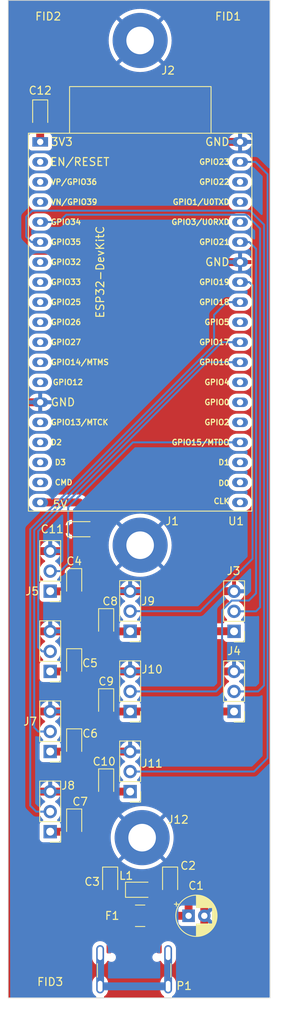
<source format=kicad_pcb>
(kicad_pcb (version 20240108) (generator "pcbnew") (generator_version "8.0")
  (layers (0 "F.Cu" signal) (31 "B.Cu" signal) (34 "B.Paste" user) (35 "F.Paste" user) (36 "B.SilkS" user "B.Silkscreen") (37 "F.SilkS" user "F.Silkscreen") (38 "B.Mask" user) (39 "F.Mask" user) (44 "Edge.Cuts" user))
  (net 0 "")
  (net 1 "/A18")
  (net 2 "/A17")
  (net 3 "/A34")
  (net 4 "/A16")
  (net 5 "/A15")
  (net 6 "/A23")
  (net 7 "/A21")
  (net 8 "/A35")
  (net 9 "/A19")
  (net 10 "Net-(L1--)")
  (net 11 "GND")
  (net 12 "+5V")
  (net 14 "unconnected-(P1-SHIELD-PadS1)")
  (net 42 "+3.3V")
  (net 45 "Net-(F1-Pad1)")
  (footprint "Connector_PinHeader_2.54mm:PinHeader_1x03_P2.54mm_Vertical" (layer "F.Cu") (at 27.432 102.108 180)
    (property "Reference" "J10" (at -2.794 5.334 180) (layer "F.SilkS"))
    (property "Value" "PINHD_1x3_Male")
    (pad "1" thru_hole rect (at 0 0 180) (size 1.7 1.7) (drill 1) (layers "*.Cu" "*.Mask") (net 12 "+5V"))
    (pad "2" thru_hole oval (at 0 2.54 180) (size 1.7 1.7) (drill 1) (layers "*.Cu" "*.Mask") (net 7 "/A21"))
    (pad "3" thru_hole oval (at 0 5.08 180) (size 1.7 1.7) (drill 1) (layers "*.Cu" "*.Mask") (net 11 "GND"))
  )
  (footprint "MountingHole:MountingHole_3.5mm_Pad" (layer "F.Cu") (at 28.702 17.018)
    (property "Reference" "J2" (at 3.556 3.81 0) (layer "F.SilkS"))
    (property "Value" "PINHD_1x1_Male")
    (pad "1" thru_hole circle (at 0 0) (size 7 7) (drill 3.5) (layers "*.Cu" "*.Mask") (net 11 "GND"))
  )
  (footprint "PCM_Espressif:ESP32-DevKitC" (layer "F.Cu") (at 16.002 29.88056)
    (property "Reference" "U1" (at 24.892 48.09744 0) (layer "F.SilkS"))
    (property "Value" "ESP32-DevKitC" (at 7.62 16.51 90) (layer "F.SilkS"))
    (fp_text user "GPIO32" (at 1.27 15.24 0) (layer "F.SilkS") (effects (font (size 0.7 0.7)) (justify left)))
    (fp_text user "GPIO19" (at 24.13 17.78 0) (layer "F.SilkS") (effects (font (size 0.7 0.7)) (justify right)))
    (fp_text user "VN/GPIO39" (at 1.27 7.62 0) (layer "F.SilkS") (effects (font (size 0.7 0.7)) (justify left)))
    (fp_text user "GPIO5" (at 24.13 22.86 0) (layer "F.SilkS") (effects (font (size 0.7 0.7)) (justify right)))
    (fp_text user "GPIO15/MTDO" (at 24.13 38.1 0) (layer "F.SilkS") (effects (font (size 0.7 0.7)) (justify right)))
    (fp_text user "GPIO18" (at 24.13 20.32 0) (layer "F.SilkS") (effects (font (size 0.7 0.7)) (justify right)))
    (fp_text user "GPIO12" (at 1.524 30.48 0) (layer "F.SilkS") (effects (font (size 0.7 0.7)) (justify left)))
    (fp_text user "CMD" (at 1.778 43.18 0) (layer "F.SilkS") (effects (font (size 0.7 0.7)) (justify left)))
    (fp_text user "GPIO2" (at 24.13 35.56 0) (layer "F.SilkS") (effects (font (size 0.7 0.7)) (justify right)))
    (fp_text user "GPIO33" (at 1.27 17.78 0) (layer "F.SilkS") (effects (font (size 0.7 0.7)) (justify left)))
    (fp_text user "CLK" (at 24.13 45.55744 0) (layer "F.SilkS") (effects (font (size 0.7 0.7)) (justify right)))
    (fp_text user "GPIO14/MTMS" (at 1.27 27.94 0) (layer "F.SilkS") (effects (font (size 0.7 0.7)) (justify left)))
    (fp_text user "GPIO34" (at 1.27 10.16 0) (layer "F.SilkS") (effects (font (size 0.7 0.7)) (justify left)))
    (fp_text user "GPIO22" (at 24.13 5.08 0) (layer "F.SilkS") (effects (font (size 0.7 0.7)) (justify right)))
    (fp_text user "GPIO13/MTCK" (at 1.27 35.56 0) (layer "F.SilkS") (effects (font (size 0.7 0.7)) (justify left)))
    (fp_text user "GPIO17" (at 24.13 25.4 0) (layer "F.SilkS") (effects (font (size 0.7 0.7)) (justify right)))
    (fp_text user "D3" (at 1.778 40.64 0) (layer "F.SilkS") (effects (font (size 0.7 0.7)) (justify left)))
    (fp_text user "GND" (at 24.13 15.24 0) (layer "F.SilkS") (effects (justify right)))
    (fp_text user "GPIO1/U0TXD" (at 24.13 7.62 0) (layer "F.SilkS") (effects (font (size 0.7 0.7)) (justify right)))
    (fp_text user "GPIO21" (at 24.13 12.7 0) (layer "F.SilkS") (effects (font (size 0.7 0.7)) (justify right)))
    (fp_text user "GND" (at 24.13 0 0) (layer "F.SilkS") (effects (justify right)))
    (fp_text user "GND" (at 1.27 33.02 0) (layer "F.SilkS") (effects (justify left)))
    (fp_text user "VP/GPIO36" (at 1.27 5.08 0) (layer "F.SilkS") (effects (font (size 0.7 0.7)) (justify left)))
    (fp_text user "D0" (at 24.13 43.27144 0) (layer "F.SilkS") (effects (font (size 0.7 0.7)) (justify right)))
    (fp_text user "3V3" (at 1.27 0 0) (layer "F.SilkS") (effects (justify left)))
    (fp_text user "GPIO26" (at 1.27 22.86 0) (layer "F.SilkS") (effects (font (size 0.7 0.7)) (justify left)))
    (fp_text user "GPIO35" (at 1.27 12.7 0) (layer "F.SilkS") (effects (font (size 0.7 0.7)) (justify left)))
    (fp_text user "EN/RESET" (at 8.88632 2.53728 0) (layer "F.SilkS") (effects (justify right)))
    (fp_text user "GPIO25" (at 1.27 20.32 0) (layer "F.SilkS") (effects (font (size 0.7 0.7)) (justify left)))
    (fp_text user "D1" (at 24.13 40.64 0) (layer "F.SilkS") (effects (font (size 0.7 0.7)) (justify right)))
    (fp_text user "5V" (at 1.524 45.97128 0) (layer "F.SilkS") (effects (justify left)))
    (fp_text user "GPIO3/U0RXD" (at 24.13 10.16 0) (layer "F.SilkS") (effects (font (size 0.7 0.7)) (justify right)))
    (fp_text user "GPIO16" (at 24.13 27.94 0) (layer "F.SilkS") (effects (font (size 0.7 0.7)) (justify right)))
    (fp_text user "GPIO0" (at 24.13 33.02 0) (layer "F.SilkS") (effects (font (size 0.7 0.7)) (justify right)))
    (fp_text user "D2" (at 1.27 38.1 0) (layer "F.SilkS") (effects (font (size 0.7 0.7)) (justify left)))
    (fp_text user "GPIO4" (at 24.13 30.48 0) (layer "F.SilkS") (effects (font (size 0.7 0.7)) (justify right)))
    (fp_text user "GPIO27" (at 1.27 25.4 0) (layer "F.SilkS") (effects (font (size 0.7 0.7)) (justify left)))
    (fp_text user "GPIO23" (at 24.13 2.54 0) (layer "F.SilkS") (effects (font (size 0.7 0.7)) (justify right)))
    (pad "1" thru_hole rect (at 0 0 270) (size 1.2 2) (drill 0.8) (layers "*.Cu" "*.Mask") (net 42 "+3.3V"))
    (pad "2" thru_hole oval (at 0 2.54 270) (size 1.2 2) (drill 0.8) (layers "*.Cu" "*.Mask"))
    (pad "3" thru_hole oval (at 0 5.08 270) (size 1.2 2) (drill 0.8) (layers "*.Cu" "*.Mask"))
    (pad "4" thru_hole oval (at 0 7.62 270) (size 1.2 2) (drill 0.8) (layers "*.Cu" "*.Mask"))
    (pad "5" thru_hole oval (at 0 10.16 270) (size 1.2 2) (drill 0.8) (layers "*.Cu" "*.Mask") (net 3 "/A34"))
    (pad "6" thru_hole oval (at 0 12.7 270) (size 1.2 2) (drill 0.8) (layers "*.Cu" "*.Mask") (net 8 "/A35"))
    (pad "7" thru_hole oval (at 0 15.24 270) (size 1.2 2) (drill 0.8) (layers "*.Cu" "*.Mask"))
    (pad "8" thru_hole oval (at 0 17.78 270) (size 1.2 2) (drill 0.8) (layers "*.Cu" "*.Mask"))
    (pad "9" thru_hole oval (at 0 20.32 270) (size 1.2 2) (drill 0.8) (layers "*.Cu" "*.Mask"))
    (pad "10" thru_hole oval (at 0 22.86 270) (size 1.2 2) (drill 0.8) (layers "*.Cu" "*.Mask"))
    (pad "11" thru_hole oval (at 0 25.4 270) (size 1.2 2) (drill 0.8) (layers "*.Cu" "*.Mask"))
    (pad "12" thru_hole oval (at 0 27.94 270) (size 1.2 2) (drill 0.8) (layers "*.Cu" "*.Mask"))
    (pad "13" thru_hole oval (at 0 30.48 270) (size 1.2 2) (drill 0.8) (layers "*.Cu" "*.Mask"))
    (pad "14" thru_hole oval (at 0 33.02 270) (size 1.2 2) (drill 0.8) (layers "*.Cu" "*.Mask") (net 11 "GND"))
    (pad "15" thru_hole oval (at 0 35.56 270) (size 1.2 2) (drill 0.8) (layers "*.Cu" "*.Mask"))
    (pad "16" thru_hole oval (at 0 38.1 270) (size 1.2 2) (drill 0.8) (layers "*.Cu" "*.Mask"))
    (pad "17" thru_hole oval (at 0 40.64 270) (size 1.2 2) (drill 0.8) (layers "*.Cu" "*.Mask"))
    (pad "18" thru_hole oval (at 0 43.18 270) (size 1.2 2) (drill 0.8) (layers "*.Cu" "*.Mask"))
    (pad "19" thru_hole oval (at 0 45.72 270) (size 1.2 2) (drill 0.8) (layers "*.Cu" "*.Mask") (net 12 "+5V"))
    (pad "20" thru_hole oval (at 25.39632 45.71728 270) (size 1.2 2) (drill 0.8) (layers "*.Cu" "*.Mask"))
    (pad "21" thru_hole oval (at 25.39632 43.17728 270) (size 1.2 2) (drill 0.8) (layers "*.Cu" "*.Mask"))
    (pad "22" thru_hole oval (at 25.4 40.64 270) (size 1.2 2) (drill 0.8) (layers "*.Cu" "*.Mask"))
    (pad "23" thru_hole oval (at 25.4 38.1 270) (size 1.2 2) (drill 0.8) (layers "*.Cu" "*.Mask") (net 5 "/A15"))
    (pad "24" thru_hole oval (at 25.4 35.56 270) (size 1.2 2) (drill 0.8) (layers "*.Cu" "*.Mask"))
    (pad "25" thru_hole oval (at 25.4 33.02 270) (size 1.2 2) (drill 0.8) (layers "*.Cu" "*.Mask"))
    (pad "26" thru_hole oval (at 25.4 30.48 270) (size 1.2 2) (drill 0.8) (layers "*.Cu" "*.Mask"))
    (pad "27" thru_hole oval (at 25.4 27.94 270) (size 1.2 2) (drill 0.8) (layers "*.Cu" "*.Mask") (net 4 "/A16"))
    (pad "28" thru_hole oval (at 25.4 25.4 270) (size 1.2 2) (drill 0.8) (layers "*.Cu" "*.Mask") (net 2 "/A17"))
    (pad "29" thru_hole oval (at 25.4 22.86 270) (size 1.2 2) (drill 0.8) (layers "*.Cu" "*.Mask"))
    (pad "30" thru_hole oval (at 25.4 20.32 270) (size 1.2 2) (drill 0.8) (layers "*.Cu" "*.Mask") (net 1 "/A18"))
    (pad "31" thru_hole oval (at 25.4 17.78 270) (size 1.2 2) (drill 0.8) (layers "*.Cu" "*.Mask") (net 9 "/A19"))
    (pad "32" thru_hole oval (at 25.4 15.24 270) (size 1.2 2) (drill 0.8) (layers "*.Cu" "*.Mask") (net 11 "GND"))
    (pad "33" thru_hole oval (at 25.4 12.7 270) (size 1.2 2) (drill 0.8) (layers "*.Cu" "*.Mask") (net 7 "/A21"))
    (pad "34" thru_hole oval (at 25.4 10.16 270) (size 1.2 2) (drill 0.8) (layers "*.Cu" "*.Mask"))
    (pad "35" thru_hole oval (at 25.4 7.62 270) (size 1.2 2) (drill 0.8) (layers "*.Cu" "*.Mask"))
    (pad "36" thru_hole oval (at 25.4 5.08 270) (size 1.2 2) (drill 0.8) (layers "*.Cu" "*.Mask"))
    (pad "37" thru_hole oval (at 25.4 2.54 270) (size 1.2 2) (drill 0.8) (layers "*.Cu" "*.Mask") (net 6 "/A23"))
    (pad "38" thru_hole oval (at 25.4 0 270) (size 1.2 2) (drill 0.8) (layers "*.Cu" "*.Mask") (net 11 "GND"))
  )
  (footprint "Connector_PinHeader_2.54mm:PinHeader_1x03_P2.54mm_Vertical" (layer "F.Cu") (at 27.432 91.933 180)
    (property "Reference" "J9" (at -2.286 3.81 360) (layer "F.SilkS"))
    (property "Value" "PINHD_1x3_Male")
    (pad "1" thru_hole rect (at 0 0 180) (size 1.7 1.7) (drill 1) (layers "*.Cu" "*.Mask") (net 12 "+5V"))
    (pad "2" thru_hole oval (at 0 2.54 180) (size 1.7 1.7) (drill 1) (layers "*.Cu" "*.Mask") (net 9 "/A19"))
    (pad "3" thru_hole oval (at 0 5.08 180) (size 1.7 1.7) (drill 1) (layers "*.Cu" "*.Mask") (net 11 "GND"))
  )
  (footprint "LED_SMD:LED_0805_2012Metric_Pad1.15x1.40mm_HandSolder" (layer "F.Cu") (at 21.336 78.994)
    (property "Reference" "C11" (at -3.81 0 360) (layer "F.SilkS"))
    (property "Value" "10nF_Ceramic")
    (pad "1" smd roundrect (at -1.025 0) (size 1.15 1.4) (layers "F.Cu" "F.Paste" "F.Mask") (roundrect_rratio 0.217391) (net 11 "GND"))
    (pad "2" smd roundrect (at 1.025 0) (size 1.15 1.4) (layers "F.Cu" "F.Paste" "F.Mask") (roundrect_rratio 0.217391) (net 12 "+5V"))
  )
  (footprint "LED_SMD:LED_0805_2012Metric_Pad1.15x1.40mm_HandSolder" (layer "F.Cu") (at 32.512 123.698 -90)
    (property "Reference" "C2" (at -2.032 -2.286 0) (layer "F.SilkS"))
    (property "Value" "10nF_Ceramic")
    (pad "1" smd roundrect (at -1.025 0 270) (size 1.15 1.4) (layers "F.Cu" "F.Paste" "F.Mask") (roundrect_rratio 0.217391) (net 11 "GND"))
    (pad "2" smd roundrect (at 1.025 0 270) (size 1.15 1.4) (layers "F.Cu" "F.Paste" "F.Mask") (roundrect_rratio 0.217391) (net 10 "Net-(L1--)"))
  )
  (footprint "Capacitor_THT:CP_Radial_D5.0mm_P2.00mm" (layer "F.Cu") (at 34.858888 128.016)
    (property "Reference" "C1" (at 0.955112 -3.81 180) (layer "F.SilkS"))
    (property "Value" "4.7uF_16V")
    (pad "1" thru_hole rect (at 0 0) (size 1.6 1.6) (drill 0.8) (layers "*.Cu" "*.Mask") (net 10 "Net-(L1--)"))
    (pad "2" thru_hole circle (at 2 0) (size 1.6 1.6) (drill 0.8) (layers "*.Cu" "*.Mask") (net 11 "GND"))
  )
  (footprint "Fuse:Fuse_1210_3225Metric_Pad1.42x2.65mm_HandSolder" (layer "F.Cu") (at 28.702 128.016)
    (property "Reference" "F1" (at -3.556 0 0) (layer "F.SilkS"))
    (property "Value" "Fuse")
    (pad "1" smd roundrect (at -1.4875 0) (size 1.425 2.65) (layers "F.Cu" "F.Paste" "F.Mask") (roundrect_rratio 0.175439) (net 45 "Net-(F1-Pad1)"))
    (pad "2" smd roundrect (at 1.4875 0) (size 1.425 2.65) (layers "F.Cu" "F.Paste" "F.Mask") (roundrect_rratio 0.175439) (net 10 "Net-(L1--)"))
  )
  (footprint "Connector_PinHeader_2.54mm:PinHeader_1x03_P2.54mm_Vertical" (layer "F.Cu") (at 17.272 117.348 180)
    (property "Reference" "J8" (at -2.286 5.842 180) (layer "F.SilkS"))
    (property "Value" "PINHD_1x3_Male")
    (pad "1" thru_hole rect (at 0 0 180) (size 1.7 1.7) (drill 1) (layers "*.Cu" "*.Mask") (net 12 "+5V"))
    (pad "2" thru_hole oval (at 0 2.54 180) (size 1.7 1.7) (drill 1) (layers "*.Cu" "*.Mask") (net 1 "/A18"))
    (pad "3" thru_hole oval (at 0 5.08 180) (size 1.7 1.7) (drill 1) (layers "*.Cu" "*.Mask") (net 11 "GND"))
  )
  (footprint "LED_SMD:LED_0805_2012Metric_Pad1.15x1.40mm_HandSolder" (layer "F.Cu") (at 20.32 116.332 -90)
    (property "Reference" "C7" (at -2.794 -0.762 180) (layer "F.SilkS"))
    (property "Value" "10nF_Ceramic")
    (pad "1" smd roundrect (at -1.025 0 270) (size 1.15 1.4) (layers "F.Cu" "F.Paste" "F.Mask") (roundrect_rratio 0.217391) (net 11 "GND"))
    (pad "2" smd roundrect (at 1.025 0 270) (size 1.15 1.4) (layers "F.Cu" "F.Paste" "F.Mask") (roundrect_rratio 0.217391) (net 12 "+5V"))
  )
  (footprint "LED_SMD:LED_0805_2012Metric_Pad1.15x1.40mm_HandSolder" (layer "F.Cu") (at 16.002 26.416 -90)
    (property "Reference" "C12" (at -3.048 0 180) (layer "F.SilkS"))
    (property "Value" "10nF_Ceramic")
    (pad "1" smd roundrect (at -1.025 0 270) (size 1.15 1.4) (layers "F.Cu" "F.Paste" "F.Mask") (roundrect_rratio 0.217391) (net 11 "GND"))
    (pad "2" smd roundrect (at 1.025 0 270) (size 1.15 1.4) (layers "F.Cu" "F.Paste" "F.Mask") (roundrect_rratio 0.217391) (net 42 "+3.3V"))
  )
  (footprint "Fiducial:Fiducial_0.75mm_Mask2.25mm" (layer "F.Cu") (at 43.18 13.97)
    (property "Reference" "FID1" (at -3.302 0 0) (layer "F.SilkS"))
    (property "Value" "Fiducial")
    (pad "" smd circle (at 0 0) (size 0.75 0.75) (layers "F.Cu" "F.Mask") (clearance 0.75))
  )
  (footprint "Connector_PinHeader_2.54mm:PinHeader_1x03_P2.54mm_Vertical" (layer "F.Cu") (at 17.272 86.853 180)
    (property "Reference" "J5" (at 2.286 -0.015 180) (layer "F.SilkS"))
    (property "Value" "PINHD_1x3_Male")
    (pad "1" thru_hole rect (at 0 0 180) (size 1.7 1.7) (drill 1) (layers "*.Cu" "*.Mask") (net 12 "+5V"))
    (pad "2" thru_hole oval (at 0 2.54 180) (size 1.7 1.7) (drill 1) (layers "*.Cu" "*.Mask") (net 5 "/A15"))
    (pad "3" thru_hole oval (at 0 5.08 180) (size 1.7 1.7) (drill 1) (layers "*.Cu" "*.Mask") (net 11 "GND"))
  )
  (footprint "LED_SMD:LED_0805_2012Metric_Pad1.15x1.40mm_HandSolder" (layer "F.Cu") (at 28.702 124.714)
    (property "Reference" "L1" (at -1.778 -1.778 0) (layer "F.SilkS"))
    (property "Value" "L,ferrite-bead,IEEE")
    (pad "1" smd roundrect (at -1.025 0) (size 1.15 1.4) (layers "F.Cu" "F.Paste" "F.Mask") (roundrect_rratio 0.217391) (net 12 "+5V"))
    (pad "2" smd roundrect (at 1.025 0) (size 1.15 1.4) (layers "F.Cu" "F.Paste" "F.Mask") (roundrect_rratio 0.217391) (net 10 "Net-(L1--)"))
  )
  (footprint "LED_SMD:LED_0805_2012Metric_Pad1.15x1.40mm_HandSolder" (layer "F.Cu") (at 24.384 90.932 -90)
    (property "Reference" "C8" (at -2.794 -0.508 180) (layer "F.SilkS"))
    (property "Value" "10nF_Ceramic")
    (pad "1" smd roundrect (at -1.025 0 270) (size 1.15 1.4) (layers "F.Cu" "F.Paste" "F.Mask") (roundrect_rratio 0.217391) (net 11 "GND"))
    (pad "2" smd roundrect (at 1.025 0 270) (size 1.15 1.4) (layers "F.Cu" "F.Paste" "F.Mask") (roundrect_rratio 0.217391) (net 12 "+5V"))
  )
  (footprint "LED_SMD:LED_0805_2012Metric_Pad1.15x1.40mm_HandSolder" (layer "F.Cu") (at 24.384 101.092 -90)
    (property "Reference" "C9" (at -2.794 0 180) (layer "F.SilkS"))
    (property "Value" "10nF_Ceramic")
    (pad "1" smd roundrect (at -1.025 0 270) (size 1.15 1.4) (layers "F.Cu" "F.Paste" "F.Mask") (roundrect_rratio 0.217391) (net 11 "GND"))
    (pad "2" smd roundrect (at 1.025 0 270) (size 1.15 1.4) (layers "F.Cu" "F.Paste" "F.Mask") (roundrect_rratio 0.217391) (net 12 "+5V"))
  )
  (footprint "Connector_PinHeader_2.54mm:PinHeader_1x03_P2.54mm_Vertical" (layer "F.Cu") (at 40.64 91.948 180)
    (property "Reference" "J3" (at 0.056 7.651 0) (layer "F.SilkS"))
    (property "Value" "PINHD_1x3_Male")
    (pad "1" thru_hole rect (at 0 0 180) (size 1.7 1.7) (drill 1) (layers "*.Cu" "*.Mask") (net 12 "+5V"))
    (pad "2" thru_hole oval (at 0 2.54 180) (size 1.7 1.7) (drill 1) (layers "*.Cu" "*.Mask") (net 3 "/A34"))
    (pad "3" thru_hole oval (at 0 5.08 180) (size 1.7 1.7) (drill 1) (layers "*.Cu" "*.Mask") (net 11 "GND"))
  )
  (footprint "MountingHole:MountingHole_3.5mm_Pad" (layer "F.Cu") (at 28.702 81.026)
    (property "Reference" "J1" (at 4.064 -3.048 0) (layer "F.SilkS"))
    (property "Value" "PINHD_1x1_Male")
    (pad "1" thru_hole circle (at 0 0) (size 7 7) (drill 3.5) (layers "*.Cu" "*.Mask") (net 11 "GND"))
  )
  (footprint "LED_SMD:LED_0805_2012Metric_Pad1.15x1.40mm_HandSolder" (layer "F.Cu") (at 20.32 106.172 -90)
    (property "Reference" "C6" (at -1.27 -2.032 180) (layer "F.SilkS"))
    (property "Value" "10nF_Ceramic")
    (pad "1" smd roundrect (at -1.025 0 270) (size 1.15 1.4) (layers "F.Cu" "F.Paste" "F.Mask") (roundrect_rratio 0.217391) (net 11 "GND"))
    (pad "2" smd roundrect (at 1.025 0 270) (size 1.15 1.4) (layers "F.Cu" "F.Paste" "F.Mask") (roundrect_rratio 0.217391) (net 12 "+5V"))
  )
  (footprint "Fiducial:Fiducial_0.75mm_Mask2.25mm" (layer "F.Cu") (at 13.97 13.97)
    (property "Reference" "FID2" (at 3.048 0 0) (layer "F.SilkS"))
    (property "Value" "Fiducial")
    (pad "" smd circle (at 0 0) (size 0.75 0.75) (layers "F.Cu" "F.Mask") (clearance 0.75))
  )
  (footprint "Connector_PinHeader_2.54mm:PinHeader_1x03_P2.54mm_Vertical" (layer "F.Cu") (at 27.432 112.268 180)
    (property "Reference" "J11" (at -2.794 3.556 180) (layer "F.SilkS"))
    (property "Value" "PINHD_1x3_Male")
    (pad "1" thru_hole rect (at 0 0 180) (size 1.7 1.7) (drill 1) (layers "*.Cu" "*.Mask") (net 12 "+5V"))
    (pad "2" thru_hole oval (at 0 2.54 180) (size 1.7 1.7) (drill 1) (layers "*.Cu" "*.Mask") (net 6 "/A23"))
    (pad "3" thru_hole oval (at 0 5.08 180) (size 1.7 1.7) (drill 1) (layers "*.Cu" "*.Mask") (net 11 "GND"))
  )
  (footprint "LED_SMD:LED_0805_2012Metric_Pad1.15x1.40mm_HandSolder" (layer "F.Cu") (at 24.892 123.698 -90)
    (property "Reference" "C3" (at 0 2.286 0) (layer "F.SilkS"))
    (property "Value" "10nF_Ceramic")
    (pad "1" smd roundrect (at -1.025 0 270) (size 1.15 1.4) (layers "F.Cu" "F.Paste" "F.Mask") (roundrect_rratio 0.217391) (net 11 "GND"))
    (pad "2" smd roundrect (at 1.025 0 270) (size 1.15 1.4) (layers "F.Cu" "F.Paste" "F.Mask") (roundrect_rratio 0.217391) (net 12 "+5V"))
  )
  (footprint "Connector_PinHeader_2.54mm:PinHeader_1x03_P2.54mm_Vertical" (layer "F.Cu") (at 17.272 97.028 180)
    (property "Reference" "J6" (hide yes))
    (property "Value" "PINHD_1x3_Male")
    (pad "1" thru_hole rect (at 0 0 180) (size 1.7 1.7) (drill 1) (layers "*.Cu" "*.Mask") (net 12 "+5V"))
    (pad "2" thru_hole oval (at 0 2.54 180) (size 1.7 1.7) (drill 1) (layers "*.Cu" "*.Mask") (net 4 "/A16"))
    (pad "3" thru_hole oval (at 0 5.08 180) (size 1.7 1.7) (drill 1) (layers "*.Cu" "*.Mask") (net 11 "GND"))
  )
  (footprint "LED_SMD:LED_0805_2012Metric_Pad1.15x1.40mm_HandSolder" (layer "F.Cu") (at 20.32 96.012 -90)
    (property "Reference" "C5" (at -0.033 -2.012 180) (layer "F.SilkS"))
    (property "Value" "10nF_Ceramic")
    (pad "1" smd roundrect (at -1.025 0 270) (size 1.15 1.4) (layers "F.Cu" "F.Paste" "F.Mask") (roundrect_rratio 0.217391) (net 11 "GND"))
    (pad "2" smd roundrect (at 1.025 0 270) (size 1.15 1.4) (layers "F.Cu" "F.Paste" "F.Mask") (roundrect_rratio 0.217391) (net 12 "+5V"))
  )
  (footprint "MountingHole:MountingHole_3.5mm_Pad" (layer "F.Cu") (at 28.956 118.11)
    (property "Reference" "J12" (at 4.572 -2.286 0) (layer "F.SilkS"))
    (property "Value" "PINHD_1x1_Male")
    (pad "1" thru_hole circle (at 0 0) (size 7 7) (drill 3.5) (layers "*.Cu" "*.Mask") (net 11 "GND"))
  )
  (footprint "Connector_PinHeader_2.54mm:PinHeader_1x03_P2.54mm_Vertical" (layer "F.Cu") (at 17.272 107.188 180)
    (property "Reference" "J7" (at 2.54 3.81 180) (layer "F.SilkS"))
    (property "Value" "PINHD_1x3_Male")
    (pad "1" thru_hole rect (at 0 0 180) (size 1.7 1.7) (drill 1) (layers "*.Cu" "*.Mask") (net 12 "+5V"))
    (pad "2" thru_hole oval (at 0 2.54 180) (size 1.7 1.7) (drill 1) (layers "*.Cu" "*.Mask") (net 2 "/A17"))
    (pad "3" thru_hole oval (at 0 5.08 180) (size 1.7 1.7) (drill 1) (layers "*.Cu" "*.Mask") (net 11 "GND"))
  )
  (footprint "Connector_PinHeader_2.54mm:PinHeader_1x03_P2.54mm_Vertical" (layer "F.Cu") (at 40.64 102.108 180)
    (property "Reference" "J4" (at 0 7.666 0) (layer "F.SilkS"))
    (property "Value" "PINHD_1x3_Male")
    (pad "1" thru_hole rect (at 0 0 180) (size 1.7 1.7) (drill 1) (layers "*.Cu" "*.Mask") (net 12 "+5V"))
    (pad "2" thru_hole oval (at 0 2.54 180) (size 1.7 1.7) (drill 1) (layers "*.Cu" "*.Mask") (net 8 "/A35"))
    (pad "3" thru_hole oval (at 0 5.08 180) (size 1.7 1.7) (drill 1) (layers "*.Cu" "*.Mask") (net 11 "GND"))
  )
  (footprint "LED_SMD:LED_0805_2012Metric_Pad1.15x1.40mm_HandSolder" (layer "F.Cu") (at 24.384 111.252 -90)
    (property "Reference" "C10" (at -2.794 0.254 180) (layer "F.SilkS"))
    (property "Value" "10nF_Ceramic")
    (pad "1" smd roundrect (at -1.025 0 270) (size 1.15 1.4) (layers "F.Cu" "F.Paste" "F.Mask") (roundrect_rratio 0.217391) (net 11 "GND"))
    (pad "2" smd roundrect (at 1.025 0 270) (size 1.15 1.4) (layers "F.Cu" "F.Paste" "F.Mask") (roundrect_rratio 0.217391) (net 12 "+5V"))
  )
  (footprint "Fiducial:Fiducial_0.75mm_Mask2.25mm" (layer "F.Cu") (at 14.224 136.398)
    (property "Reference" "FID3" (at 3.048 0 0) (layer "F.SilkS"))
    (property "Value" "Fiducial")
    (pad "" smd circle (at 0 0) (size 0.75 0.75) (layers "F.Cu" "F.Mask") (clearance 0.75))
  )
  (footprint "Connector_USB:USB_C_Receptacle_GCT_USB4105-xx-A_16P_TopMnt_Horizontal" (layer "F.Cu") (at 27.94 135.89)
    (property "Reference" "P1" (at 6.35 1.016 0) (layer "F.SilkS"))
    (property "Value" "USB_C_Plug")
    (pad "" np_thru_hole circle (at -2.89 -2.605) (size 0.65 0.65) (drill 0.65) (layers "F&B.Cu" "*.Mask"))
    (pad "" np_thru_hole circle (at 2.89 -2.605) (size 0.65 0.65) (drill 0.65) (layers "F&B.Cu" "*.Mask"))
    (pad "A1" smd roundrect (at -3.2 -3.68) (size 0.6 1.15) (layers "F.Cu" "F.Paste" "F.Mask") (net 11 "GND"))
    (pad "A4" smd roundrect (at -2.4 -3.68) (size 0.6 1.15) (layers "F.Cu" "F.Paste" "F.Mask") (net 45 "Net-(F1-Pad1)"))
    (pad "A5" smd roundrect (at -1.25 -3.68) (size 0.3 1.15) (layers "F.Cu" "F.Paste" "F.Mask"))
    (pad "A6" smd roundrect (at -0.25 -3.68) (size 0.3 1.15) (layers "F.Cu" "F.Paste" "F.Mask"))
    (pad "A7" smd roundrect (at 0.25 -3.68) (size 0.3 1.15) (layers "F.Cu" "F.Paste" "F.Mask"))
    (pad "A8" smd roundrect (at 1.25 -3.68) (size 0.3 1.15) (layers "F.Cu" "F.Paste" "F.Mask"))
    (pad "A9" smd roundrect (at 2.4 -3.68) (size 0.6 1.15) (layers "F.Cu" "F.Paste" "F.Mask") (net 45 "Net-(F1-Pad1)"))
    (pad "A12" smd roundrect (at 3.2 -3.68) (size 0.6 1.15) (layers "F.Cu" "F.Paste" "F.Mask") (net 11 "GND"))
    (pad "B1" smd roundrect (at 3.2 -3.68) (size 0.6 1.15) (layers "F.Cu" "F.Paste" "F.Mask") (net 11 "GND"))
    (pad "B4" smd roundrect (at 2.4 -3.68) (size 0.6 1.15) (layers "F.Cu" "F.Paste" "F.Mask") (net 45 "Net-(F1-Pad1)"))
    (pad "B5" smd roundrect (at 1.75 -3.68) (size 0.3 1.15) (layers "F.Cu" "F.Paste" "F.Mask"))
    (pad "B6" smd roundrect (at 0.75 -3.68) (size 0.3 1.15) (layers "F.Cu" "F.Paste" "F.Mask"))
    (pad "B7" smd roundrect (at -0.75 -3.68) (size 0.3 1.15) (layers "F.Cu" "F.Paste" "F.Mask"))
    (pad "B8" smd roundrect (at -1.75 -3.68) (size 0.3 1.15) (layers "F.Cu" "F.Paste" "F.Mask"))
    (pad "B9" smd roundrect (at -2.4 -3.68) (size 0.6 1.15) (layers "F.Cu" "F.Paste" "F.Mask") (net 45 "Net-(F1-Pad1)"))
    (pad "B12" smd roundrect (at -3.2 -3.68) (size 0.6 1.15) (layers "F.Cu" "F.Paste" "F.Mask") (net 11 "GND"))
    (pad "S1" thru_hole oval (at -4.32 -3.105) (size 1 2.1) (drill oval 0.6 1.7) (layers "*.Cu" "*.Mask" "F.Paste") (net 14 "unconnected-(P1-SHIELD-PadS1)"))
    (pad "S1" thru_hole oval (at -4.32 1.075) (size 1 1.8) (drill oval 0.6 1.4) (layers "*.Cu" "*.Mask" "F.Paste") (net 14 "unconnected-(P1-SHIELD-PadS1)"))
    (pad "S1" thru_hole oval (at 4.32 -3.105) (size 1 2.1) (drill oval 0.6 1.7) (layers "*.Cu" "*.Mask" "F.Paste") (net 14 "unconnected-(P1-SHIELD-PadS1)"))
    (pad "S1" thru_hole oval (at 4.32 1.075) (size 1 1.8) (drill oval 0.6 1.4) (layers "*.Cu" "*.Mask" "F.Paste") (net 14 "unconnected-(P1-SHIELD-PadS1)"))
  )
  (footprint "LED_SMD:LED_0805_2012Metric_Pad1.15x1.40mm_HandSolder" (layer "F.Cu") (at 20.32 85.852 -90)
    (property "Reference" "C4" (at -2.794 0 180) (layer "F.SilkS"))
    (property "Value" "10nF_Ceramic")
    (pad "1" smd roundrect (at -1.025 0 270) (size 1.15 1.4) (layers "F.Cu" "F.Paste" "F.Mask") (roundrect_rratio 0.217391) (net 11 "GND"))
    (pad "2" smd roundrect (at 1.025 0 270) (size 1.15 1.4) (layers "F.Cu" "F.Paste" "F.Mask") (roundrect_rratio 0.217391) (net 12 "+5V"))
  )
  (gr_rect (start 11.938 11.938) (end 45.212 138.43) (stroke (width 0.1)) (fill none) (layer "Edge.Cuts"))
  (segment (start 14.732 114.046) (end 15.494 114.808) (width 0.25) (layer "B.Cu") (net 1))
  (segment (start 38.1 51.816) (end 38.1 55.626) (width 0.25) (layer "B.Cu") (net 1))
  (segment (start 38.1 55.626) (end 14.732 78.994) (width 0.25) (layer "B.Cu") (net 1))
  (segment (start 41.402 50.20056) (end 39.71544 50.20056) (width 0.25) (layer "B.Cu") (net 1))
  (segment (start 15.494 114.808) (end 17.272 114.808) (width 0.25) (layer "B.Cu") (net 1))
  (segment (start 14.732 78.994) (end 14.732 114.046) (width 0.25) (layer "B.Cu") (net 1))
  (segment (start 39.71544 50.20056) (end 38.1 51.816) (width 0.25) (layer "B.Cu") (net 1))
  (segment (start 15.748 104.648) (end 15.24 104.14) (width 0.25) (layer "B.Cu") (net 2))
  (segment (start 17.272 104.648) (end 15.748 104.648) (width 0.25) (layer "B.Cu") (net 2))
  (segment (start 39.081836 55.28056) (end 41.402 55.28056) (width 0.25) (layer "B.Cu") (net 2))
  (segment (start 15.24 79.122396) (end 39.081836 55.28056) (width 0.25) (layer "B.Cu") (net 2))
  (segment (start 15.24 104.14) (end 15.24 79.122396) (width 0.25) (layer "B.Cu") (net 2))
  (segment (start 16.002 40.04056) (end 18.37944 40.04056) (width 0.25) (layer "B.Cu") (net 3))
  (segment (start 42.185148 39.11556) (end 43.942 40.872412) (width 0.25) (layer "B.Cu") (net 3))
  (segment (start 18.37944 40.04056) (end 19.30444 39.11556) (width 0.25) (layer "B.Cu") (net 3))
  (segment (start 43.942 40.872412) (end 43.942 88.9) (width 0.25) (layer "B.Cu") (net 3))
  (segment (start 19.30444 39.11556) (end 42.185148 39.11556) (width 0.25) (layer "B.Cu") (net 3))
  (segment (start 43.434 89.408) (end 40.64 89.408) (width 0.25) (layer "B.Cu") (net 3))
  (segment (start 43.942 88.9) (end 43.434 89.408) (width 0.25) (layer "B.Cu") (net 3))
  (segment (start 37.178232 57.82056) (end 41.402 57.82056) (width 0.25) (layer "B.Cu") (net 4))
  (segment (start 17.272 94.488) (end 16.256 94.488) (width 0.25) (layer "B.Cu") (net 4))
  (segment (start 15.748 79.250792) (end 37.178232 57.82056) (width 0.25) (layer "B.Cu") (net 4))
  (segment (start 15.748 93.98) (end 15.748 79.250792) (width 0.25) (layer "B.Cu") (net 4))
  (segment (start 16.256 94.488) (end 15.748 93.98) (width 0.25) (layer "B.Cu") (net 4))
  (segment (start 17.272 84.313) (end 18.557 84.313) (width 0.25) (layer "B.Cu") (net 5))
  (segment (start 18.557 84.313) (end 19.558 83.312) (width 0.25) (layer "B.Cu") (net 5))
  (segment (start 27.77744 67.98056) (end 41.402 67.98056) (width 0.25) (layer "B.Cu") (net 5))
  (segment (start 19.558 76.2) (end 27.77744 67.98056) (width 0.25) (layer "B.Cu") (net 5))
  (segment (start 19.558 83.312) (end 19.558 76.2) (width 0.25) (layer "B.Cu") (net 5))
  (segment (start 44.9 33.978) (end 43.34256 32.42056) (width 0.25) (layer "B.Cu") (net 6))
  (segment (start 44.9 108.008) (end 44.9 33.978) (width 0.25) (layer "B.Cu") (net 6))
  (segment (start 43.18 109.728) (end 44.9 108.008) (width 0.25) (layer "B.Cu") (net 6))
  (segment (start 43.34256 32.42056) (end 41.402 32.42056) (width 0.25) (layer "B.Cu") (net 6))
  (segment (start 27.432 109.728) (end 43.18 109.728) (width 0.25) (layer "B.Cu") (net 6))
  (segment (start 39.116 98.806) (end 39.116 89.270299) (width 0.25) (layer "B.Cu") (net 7))
  (segment (start 40.343299 88.043) (end 42.513 88.043) (width 0.25) (layer "B.Cu") (net 7))
  (segment (start 38.354 99.568) (end 39.116 98.806) (width 0.25) (layer "B.Cu") (net 7))
  (segment (start 43.434 43.434) (end 42.58056 42.58056) (width 0.25) (layer "B.Cu") (net 7))
  (segment (start 27.432 99.568) (end 38.354 99.568) (width 0.25) (layer "B.Cu") (net 7))
  (segment (start 42.513 88.043) (end 43.434 87.122) (width 0.25) (layer "B.Cu") (net 7))
  (segment (start 39.116 89.270299) (end 40.343299 88.043) (width 0.25) (layer "B.Cu") (net 7))
  (segment (start 43.434 87.122) (end 43.434 43.434) (width 0.25) (layer "B.Cu") (net 7))
  (segment (start 42.58056 42.58056) (end 41.402 42.58056) (width 0.25) (layer "B.Cu") (net 7))
  (segment (start 14.986 38.608) (end 42.672 38.608) (width 0.25) (layer "B.Cu") (net 8))
  (segment (start 42.672 38.608) (end 44.45 40.386) (width 0.25) (layer "B.Cu") (net 8))
  (segment (start 14.89456 42.58056) (end 14.224 41.91) (width 0.25) (layer "B.Cu") (net 8))
  (segment (start 14.224 41.91) (end 14.224 39.37) (width 0.25) (layer "B.Cu") (net 8))
  (segment (start 44.45 98.806) (end 43.688 99.568) (width 0.25) (layer "B.Cu") (net 8))
  (segment (start 14.224 39.37) (end 14.986 38.608) (width 0.25) (layer "B.Cu") (net 8))
  (segment (start 44.45 40.386) (end 44.45 98.806) (width 0.25) (layer "B.Cu") (net 8))
  (segment (start 43.688 99.568) (end 40.64 99.568) (width 0.25) (layer "B.Cu") (net 8))
  (segment (start 16.002 42.58056) (end 14.89456 42.58056) (width 0.25) (layer "B.Cu") (net 8))
  (segment (start 36.337 89.393) (end 42.984 82.746) (width 0.25) (layer "B.Cu") (net 9))
  (segment (start 27.432 89.393) (end 36.337 89.393) (width 0.25) (layer "B.Cu") (net 9))
  (segment (start 42.984 82.746) (end 42.984 48.064) (width 0.25) (layer "B.Cu") (net 9))
  (segment (start 42.984 48.064) (end 42.58056 47.66056) (width 0.25) (layer "B.Cu") (net 9))
  (segment (start 42.58056 47.66056) (end 41.402 47.66056) (width 0.25) (layer "B.Cu") (net 9))
  (segment (start 29.736 124.723) (end 29.727 124.714) (width 1) (layer "F.Cu") (net 10))
  (segment (start 32.512 124.723) (end 29.736 124.723) (width 1) (layer "F.Cu") (net 10))
  (segment (start 34.027 124.723) (end 32.512 124.723) (width 1) (layer "F.Cu") (net 10))
  (segment (start 34.036 124.714) (end 34.027 124.723) (width 1) (layer "F.Cu") (net 10))
  (segment (start 30.1895 128.016) (end 34.858888 128.016) (width 1) (layer "F.Cu") (net 10))
  (segment (start 34.858888 125.536888) (end 34.036 124.714) (width 1) (layer "F.Cu") (net 10))
  (segment (start 34.858888 128.016) (end 34.858888 125.536888) (width 1) (layer "F.Cu") (net 10))
  (segment (start 36.858888 123.980888) (end 36.858888 128.016) (width 1) (layer "F.Cu") (net 11))
  (segment (start 24.80056 29.88056) (end 20.311 25.391) (width 1) (layer "F.Cu") (net 11))
  (segment (start 20.32 79.003) (end 20.311 78.994) (width 1) (layer "F.Cu") (net 11))
  (segment (start 20.32 82.804) (end 19.304 81.788) (width 1) (layer "F.Cu") (net 11))
  (segment (start 16.002 62.90056) (end 13.55344 62.90056) (width 1) (layer "F.Cu") (net 11))
  (segment (start 16.002 25.391) (end 14.487 25.391) (width 1) (layer "F.Cu") (net 11))
  (segment (start 18.95856 45.12056) (end 17.78 43.942) (width 1) (layer "F.Cu") (net 11))
  (segment (start 24.74 131.166) (end 24.13 130.556) (width 0.25) (layer "F.Cu") (net 11))
  (segment (start 36.068 134.874) (end 22.606 134.874) (width 1) (layer "F.Cu") (net 11))
  (segment (start 26.153 122.673) (end 26.416 122.936) (width 1) (layer "F.Cu") (net 11))
  (segment (start 36.604888 130.556) (end 36.858888 130.81) (width 1) (layer "F.Cu") (net 11))
  (segment (start 36.858888 134.083112) (end 36.068 134.874) (width 1) (layer "F.Cu") (net 11))
  (segment (start 13.462 112.268) (end 13.462 132.588) (width 1) (layer "F.Cu") (net 11))
  (segment (start 13.462 132.588) (end 15.748 134.874) (width 1) (layer "F.Cu") (net 11))
  (segment (start 24.892 122.673) (end 26.153 122.673) (width 1) (layer "F.Cu") (net 11))
  (segment (start 19.558 112.268) (end 17.272 112.268) (width 1) (layer "F.Cu") (net 11))
  (segment (start 14.487 25.391) (end 13.462 26.416) (width 1) (layer "F.Cu") (net 11))
  (segment (start 24.74 132.21) (end 24.74 131.166) (width 0.25) (layer "F.Cu") (net 11))
  (segment (start 25.146 97.028) (end 27.432 97.028) (width 1) (layer "F.Cu") (net 11))
  (segment (start 17.78 43.942) (end 13.462 43.942) (width 0.5) (layer "F.Cu") (net 11))
  (segment (start 40.625 86.853) (end 40.64 86.868) (width 1) (layer "F.Cu") (net 11))
  (segment (start 20.32 93.218) (end 19.05 91.948) (width 1) (layer "F.Cu") (net 11))
  (segment (start 27.432 97.028) (end 40.64 97.028) (width 1) (layer "F.Cu") (net 11))
  (segment (start 31.14 131.42) (end 31.14 132.21) (width 0.25) (layer "F.Cu") (net 11))
  (segment (start 17.272 102.108) (end 13.462 102.108) (width 1) (layer "F.Cu") (net 11))
  (segment (start 20.32 113.03) (end 19.558 112.268) (width 1) (layer "F.Cu") (net 11))
  (segment (start 13.462 91.948) (end 13.462 102.108) (width 1) (layer "F.Cu") (net 11))
  (segment (start 24.384 107.95) (end 25.146 107.188) (width 1) (layer "F.Cu") (net 11))
  (segment (start 21.59 131.318) (end 21.59 134.62) (width 1) (layer "F.Cu") (net 11))
  (segment (start 15.748 134.874) (end 21.336 134.874) (width 1) (layer "F.Cu") (net 11))
  (segment (start 13.462 26.416) (end 13.462 43.942) (width 1) (layer "F.Cu") (net 11))
  (segment (start 32.512 122.673) (end 35.551 122.673) (width 1) (layer "F.Cu") (net 11))
  (segment (start 25.161 86.853) (end 27.432 86.853) (width 1) (layer "F.Cu") (net 11))
  (segment (start 17.272 112.268) (end 13.462 112.268) (width 1) (layer "F.Cu") (net 11))
  (segment (start 17.272 81.773) (end 13.731 81.773) (width 1) (layer "F.Cu") (net 11))
  (segment (start 17.272 91.948) (end 13.462 91.948) (width 1) (layer "F.Cu") (net 11))
  (segment (start 20.311 78.994) (end 13.462 78.994) (width 1) (layer "F.Cu") (net 11))
  (segment (start 32.004 130.556) (end 31.14 131.42) (width 0.25) (layer "F.Cu") (net 11))
  (segment (start 24.384 87.63) (end 25.161 86.853) (width 1) (layer "F.Cu") (net 11))
  (segment (start 19.304 102.108) (end 17.272 102.108) (width 1) (layer "F.Cu") (net 11))
  (segment (start 24.384 89.907) (end 24.384 87.63) (width 1) (layer "F.Cu") (net 11))
  (segment (start 13.462 43.942) (end 13.462 62.992) (width 1) (layer "F.Cu") (net 11))
  (segment (start 24.13 130.556) (end 22.352 130.556) (width 1) (layer "F.Cu") (net 11))
  (segment (start 18.527 81.773) (end 17.272 81.773) (width 1) (layer "F.Cu") (net 11))
  (segment (start 41.402 29.88056) (end 24.80056 29.88056) (width 1) (layer "F.Cu") (net 11))
  (segment (start 36.858888 130.81) (end 36.858888 134.083112) (width 1) (layer "F.Cu") (net 11))
  (segment (start 24.384 100.067) (end 24.384 97.79) (width 1) (layer "F.Cu") (net 11))
  (segment (start 25.146 107.188) (end 27.432 107.188) (width 1) (layer "F.Cu") (net 11))
  (segment (start 20.32 105.147) (end 20.32 103.124) (width 1) (layer "F.Cu") (net 11))
  (segment (start 20.32 94.987) (end 20.32 93.218) (width 1) (layer "F.Cu") (net 11))
  (segment (start 20.32 103.124) (end 19.304 102.108) (width 1) (layer "F.Cu") (net 11))
  (segment (start 20.311 25.391) (end 16.002 25.391) (width 1) (layer "F.Cu") (net 11))
  (segment (start 13.462 82.042) (end 13.462 91.948) (width 1) (layer "F.Cu") (net 11))
  (segment (start 27.432 86.853) (end 40.625 86.853) (width 1) (layer "F.Cu") (net 11))
  (segment (start 32.512 122.673) (end 31.505 122.673) (width 1) (layer "F.Cu") (net 11))
  (segment (start 20.32 115.307) (end 20.32 113.03) (width 1) (layer "F.Cu") (net 11))
  (segment (start 21.59 134.62) (end 21.336 134.874) (width 1) (layer "F.Cu") (net 11))
  (segment (start 31.505 122.673) (end 31.242 122.936) (width 1) (layer "F.Cu") (net 11))
  (segment (start 24.384 97.79) (end 25.146 97.028) (width 1) (layer "F.Cu") (net 11))
  (segment (start 13.462 62.992) (end 13.462 78.994) (width 1) (layer "F.Cu") (net 11))
  (segment (start 18.542 81.788) (end 18.527 81.773) (width 1) (layer "F.Cu") (net 11))
  (segment (start 19.304 81.788) (end 18.542 81.788) (width 1) (layer "F.Cu") (net 11))
  (segment (start 24.384 110.227) (end 24.384 107.95) (width 1) (layer "F.Cu") (net 11))
  (segment (start 21.336 134.874) (end 22.606 134.874) (width 1) (layer "F.Cu") (net 11))
  (segment (start 35.551 122.673) (end 36.858888 123.980888) (width 1) (layer "F.Cu") (net 11))
  (segment (start 36.604888 130.556) (end 32.004 130.556) (width 1) (layer "F.Cu") (net 11))
  (segment (start 41.402 45.12056) (end 18.95856 45.12056) (width 1) (layer "F.Cu") (net 11))
  (segment (start 19.05 91.948) (end 17.272 91.948) (width 1) (layer "F.Cu") (net 11))
  (segment (start 13.462 102.108) (end 13.462 112.268) (width 1) (layer "F.Cu") (net 11))
  (segment (start 13.55344 62.90056) (end 13.462 62.992) (width 1) (layer "F.Cu") (net 11))
  (segment (start 13.462 80.01) (end 13.462 82.042) (width 1) (layer "F.Cu") (net 11))
  (segment (start 20.32 84.827) (end 20.32 82.804) (width 1) (layer "F.Cu") (net 11))
  (segment (start 26.416 122.936) (end 31.242 122.936) (width 1) (layer "F.Cu") (net 11))
  (segment (start 22.352 130.556) (end 21.59 131.318) (width 1) (layer "F.Cu") (net 11))
  (segment (start 36.858888 128.016) (end 36.858888 130.81) (width 1) (layer "F.Cu") (net 11))
  (segment (start 13.462 78.994) (end 13.462 80.01) (width 1) (layer "F.Cu") (net 11))
  (segment (start 13.731 81.773) (end 13.462 82.042) (width 1) (layer "F.Cu") (net 11))
  (segment (start 22.352 112.268) (end 22.352 107.188) (width 1) (layer "F.Cu") (net 12))
  (segment (start 22.352 117.348) (end 22.352 112.268) (width 1) (layer "F.Cu") (net 12))
  (segment (start 22.361 91.957) (end 22.352 91.948) (width 1) (layer "F.Cu") (net 12))
  (segment (start 27.432 102.108) (end 40.64 102.108) (width 1) (layer "F.Cu") (net 12))
  (segment (start 20.32 86.877) (end 22.343 86.877) (width 1) (layer "F.Cu") (net 12))
  (segment (start 20.32 107.197) (end 17.281 107.197) (width 1) (layer "F.Cu") (net 12))
  (segment (start 22.343 117.357) (end 22.352 117.348) (width 1) (layer "F.Cu") (net 12))
  (segment (start 17.281 97.037) (end 17.272 97.028) (width 1) (layer "F.Cu") (net 12))
  (segment (start 22.352 86.868) (end 22.352 81.026) (width 1) (layer "F.Cu") (net 12))
  (segment (start 27.432 112.268) (end 24.393 112.268) (width 1) (layer "F.Cu") (net 12))
  (segment (start 24.384 102.117) (end 22.361 102.117) (width 1) (layer "F.Cu") (net 12))
  (segment (start 22.361 76.971) (end 22.361 78.994) (width 1) (layer "F.Cu") (net 12))
  (segment (start 20.32 86.877) (end 17.296 86.877) (width 1) (layer "F.Cu") (net 12))
  (segment (start 22.352 102.108) (end 22.352 97.028) (width 1) (layer "F.Cu") (net 12))
  (segment (start 22.352 107.188) (end 22.352 102.108) (width 1) (layer "F.Cu") (net 12))
  (segment (start 27.432 91.933) (end 40.625 91.933) (width 1) (layer "F.Cu") (net 12))
  (segment (start 20.32 97.037) (end 17.281 97.037) (width 1) (layer "F.Cu") (net 12))
  (segment (start 24.384 102.117) (end 27.423 102.117) (width 1) (layer "F.Cu") (net 12))
  (segment (start 16.002 75.60056) (end 20.99056 75.60056) (width 1) (layer "F.Cu") (net 12))
  (segment (start 24.384 91.957) (end 27.408 91.957) (width 1) (layer "F.Cu") (net 12))
  (segment (start 40.625 91.933) (end 40.64 91.948) (width 1) (layer "F.Cu") (net 12))
  (segment (start 22.352 97.028) (end 22.352 91.948) (width 1) (layer "F.Cu") (net 12))
  (segment (start 20.32 107.197) (end 22.343 107.197) (width 1) (layer "F.Cu") (net 12))
  (segment (start 20.32 97.037) (end 22.343 97.037) (width 1) (layer "F.Cu") (net 12))
  (segment (start 27.423 102.117) (end 27.432 102.108) (width 1) (layer "F.Cu") (net 12))
  (segment (start 24.901 124.714) (end 24.892 124.723) (width 1) (layer "F.Cu") (net 12))
  (segment (start 23.377 124.723) (end 22.352 123.698) (width 1) (layer "F.Cu") (net 12))
  (segment (start 22.343 107.197) (end 22.352 107.188) (width 1) (layer "F.Cu") (net 12))
  (segment (start 24.384 91.957) (end 22.361 91.957) (width 1) (layer "F.Cu") (net 12))
  (segment (start 17.281 117.357) (end 17.272 117.348) (width 1) (layer "F.Cu") (net 12))
  (segment (start 22.352 81.026) (end 22.361 81.017) (width 1) (layer "F.Cu") (net 12))
  (segment (start 22.361 112.277) (end 22.352 112.268) (width 1) (layer "F.Cu") (net 12))
  (segment (start 24.892 124.723) (end 23.377 124.723) (width 1) (layer "F.Cu") (net 12))
  (segment (start 17.296 86.877) (end 17.272 86.853) (width 1) (layer "F.Cu") (net 12))
  (segment (start 27.677 124.714) (end 24.901 124.714) (width 1) (layer "F.Cu") (net 12))
  (segment (start 22.361 81.017) (end 22.361 78.994) (width 1) (layer "F.Cu") (net 12))
  (segment (start 17.281 107.197) (end 17.272 107.188) (width 1) (layer "F.Cu") (net 12))
  (segment (start 27.408 91.957) (end 27.432 91.933) (width 1) (layer "F.Cu") (net 12))
  (segment (start 22.343 97.037) (end 22.352 97.028) (width 1) (layer "F.Cu") (net 12))
  (segment (start 22.352 123.698) (end 22.352 117.348) (width 1) (layer "F.Cu") (net 12))
  (segment (start 20.32 117.357) (end 22.343 117.357) (width 1) (layer "F.Cu") (net 12))
  (segment (start 22.361 102.117) (end 22.352 102.108) (width 1) (layer "F.Cu") (net 12))
  (segment (start 24.393 112.268) (end 24.384 112.277) (width 1) (layer "F.Cu") (net 12))
  (segment (start 22.352 91.948) (end 22.352 86.868) (width 1) (layer "F.Cu") (net 12))
  (segment (start 20.32 117.357) (end 17.281 117.357) (width 1) (layer "F.Cu") (net 12))
  (segment (start 20.99056 75.60056) (end 22.361 76.971) (width 1) (layer "F.Cu") (net 12))
  (segment (start 22.343 86.877) (end 22.352 86.868) (width 1) (layer "F.Cu") (net 12))
  (segment (start 24.384 112.277) (end 22.361 112.277) (width 1) (layer "F.Cu") (net 12))
  (segment (start 23.62 136.965) (end 32.26 136.965) (width 1) (layer "B.Cu") (net 14))
  (segment (start 32.26 136.965) (end 32.26 132.785) (width 1) (layer "B.Cu") (net 14))
  (segment (start 23.62 132.785) (end 23.62 136.965) (width 1) (layer "B.Cu") (net 14))
  (segment (start 16.002 27.441) (end 16.002 29.88056) (width 1) (layer "F.Cu") (net 42))
  (segment (start 27.178 130.556) (end 25.654 130.556) (width 1) (layer "F.Cu") (net 45))
  (segment (start 27.2145 130.5195) (end 27.178 130.556) (width 1) (layer "F.Cu") (net 45))
  (segment (start 30.34 130.67) (end 30.226 130.556) (width 0.25) (layer "F.Cu") (net 45))
  (segment (start 25.54 132.21) (end 25.54 130.67) (width 0.25) (layer "F.Cu") (net 45))
  (segment (start 27.2145 128.016) (end 27.2145 130.5195) (width 1) (layer "F.Cu") (net 45))
  (segment (start 30.226 130.556) (end 27.178 130.556) (width 1) (layer "F.Cu") (net 45))
  (segment (start 30.34 132.21) (end 30.34 130.67) (width 0.25) (layer "F.Cu") (net 45))
  (segment (start 25.54 130.67) (end 25.654 130.556) (width 0.25) (layer "F.Cu") (net 45))
  (zone (net 11) (net_name "GND") (layer "F.Cu") (connect_pads (clearance 0.5)) (min_thickness 0.25) (fill yes (thermal_gap 0.5) (thermal_bridge_width 0.5))
    (polygon (pts (xy 11.938 11.938) (xy 45.212 11.938) (xy 45.212 138.43) (xy 11.938 138.43)))
  )
  (zone (net 11) (net_name "GND") (layer "B.Cu") (connect_pads (clearance 0.5)) (min_thickness 0.25) (fill yes (thermal_gap 0.5) (thermal_bridge_width 0.5))
    (polygon (pts (xy 11.938 11.938) (xy 45.212 11.938) (xy 45.212 138.43) (xy 12.192 138.43)))
  )
)
</source>
